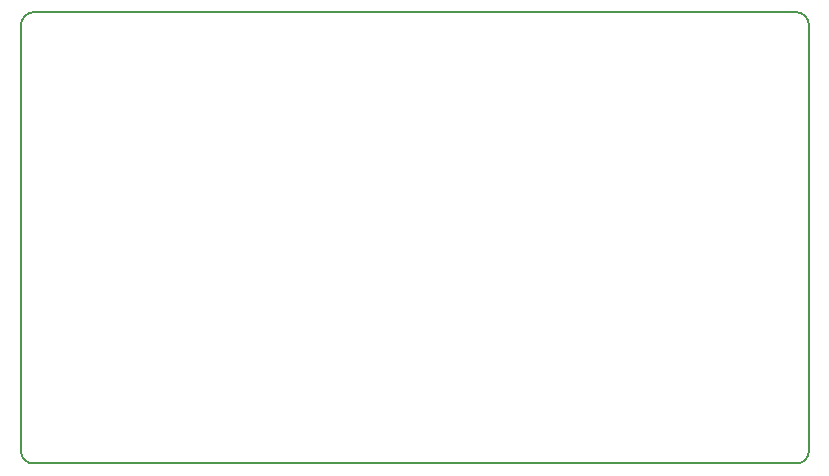
<source format=gm1>
G04 #@! TF.GenerationSoftware,KiCad,Pcbnew,(6.0.2-0)*
G04 #@! TF.CreationDate,2025-10-04T10:08:26-04:00*
G04 #@! TF.ProjectId,Quad_Drone,51756164-5f44-4726-9f6e-652e6b696361,rev?*
G04 #@! TF.SameCoordinates,Original*
G04 #@! TF.FileFunction,Profile,NP*
%FSLAX46Y46*%
G04 Gerber Fmt 4.6, Leading zero omitted, Abs format (unit mm)*
G04 Created by KiCad (PCBNEW (6.0.2-0)) date 2025-10-04 10:08:26*
%MOMM*%
%LPD*%
G01*
G04 APERTURE LIST*
G04 #@! TA.AperFunction,Profile*
%ADD10C,0.200000*%
G04 #@! TD*
G04 APERTURE END LIST*
D10*
X152915318Y-50130066D02*
G75*
G03*
X151918930Y-51249718I109262J-1100406D01*
G01*
X218618930Y-87384400D02*
X218615318Y-51130065D01*
X217618930Y-88334400D02*
G75*
G03*
X218618930Y-87384400I-32498J1035524D01*
G01*
X151918931Y-87334400D02*
G75*
G03*
X152968930Y-88334400I1032030J32382D01*
G01*
X152968930Y-88334400D02*
X217618930Y-88334400D01*
X217565318Y-50130065D02*
X152915318Y-50130065D01*
X151918930Y-87334400D02*
X151918930Y-51249718D01*
X218615317Y-51130065D02*
G75*
G03*
X217565318Y-50130065I-1032030J-32382D01*
G01*
M02*

</source>
